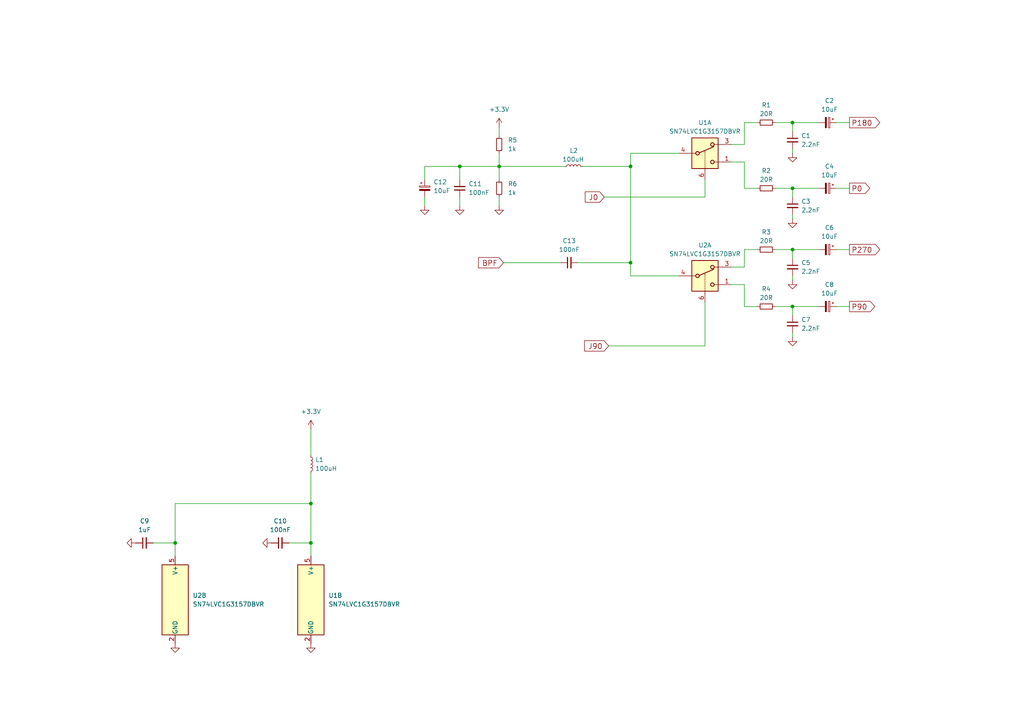
<source format=kicad_sch>
(kicad_sch (version 20231120) (generator "eeschema") (generator_version "8.0")
  (paper "A4")
  (lib_symbols
    (symbol "Analog_Switch:TS5A63157DBV" (pin_names (offset 0.127))
      (property "Reference" "U" (at -3.175 4.699 0))
      (property "Value" "TS5A63157DBV" (at -3.175 2.921 0))
      (symbol "TS5A63157DBV_1_1"
        (rectangle (start -3.81 4.445) (end 3.81 -4.445) (stroke (width 0.254)) (fill (type background)))
        (circle (center -2.159 0) (radius 0.508) (stroke (width 0.254)))
        (polyline (pts (xy -5.08 0) (xy -2.794 0)))
        (polyline (pts (xy -1.651 0.127) (xy 2.54 1.905)) (stroke (width 0.254)))
        (polyline (pts (xy 0 -5.08) (xy 0 -4.572)))
        (polyline (pts (xy 0 -4.318) (xy 0 -4.064)))
        (polyline (pts (xy 0 -3.81) (xy 0 -3.556)))
        (polyline (pts (xy 0 -3.302) (xy 0 -3.048)))
        (polyline (pts (xy 0 -2.794) (xy 0 -2.54)))
        (polyline (pts (xy 0 -2.286) (xy 0 -2.032)))
        (polyline (pts (xy 0 -1.778) (xy 0 -1.524)))
        (polyline (pts (xy 0 -1.27) (xy 0 -1.016)))
        (polyline (pts (xy 0 -0.762) (xy 0 -0.508)))
        (polyline (pts (xy 0 -0.254) (xy 0 0)))
        (polyline (pts (xy 0 0.254) (xy 0 0.508)))
        (polyline (pts (xy 0 0.254) (xy 0 0.508)))
        (polyline (pts (xy 5.08 -2.54) (xy 2.794 -2.54)))
        (polyline (pts (xy 5.08 2.54) (xy 2.794 2.54)))
        (circle (center 2.159 -2.54) (radius 0.508) (stroke (width 0.254)))
        (circle (center 2.159 2.54) (radius 0.508) (stroke (width 0.254)))
        (pin passive line (at 7.62 -2.54 180) (length 2.54) (name "~") (number "1"))
        (pin passive line (at 7.62 2.54 180) (length 2.54) (name "~") (number "3"))
        (pin passive line (at -7.62 0 0) (length 2.54) (name "~") (number "4"))
        (pin input line (at 0 -7.62 90) (length 2.54) (name "~") (number "6"))
      )
      (symbol "TS5A63157DBV_2_0"
        (pin power_in line (at 0 -12.7 90) (length 2.54) (name "GND") (number "2"))
        (pin power_in line (at 0 12.7 270) (length 2.54) (name "V+") (number "5"))
      )
      (symbol "TS5A63157DBV_2_1"
        (rectangle (start -3.81 10.16) (end 3.81 -10.16) (stroke (width 0.254)) (fill (type background)))
      )
    )
    (symbol "Device:C_Polarized_Small" (pin_numbers hide) (pin_names (offset 0.254) hide)
      (property "Reference" "C" (at 0.254 1.778 0))
      (property "Value" "C_Polarized_Small" (at 0.254 -2.032 0))
      (symbol "C_Polarized_Small_0_1"
        (rectangle (start -1.524 -0.3048) (end 1.524 -0.6858) (fill (type outline)))
        (rectangle (start -1.524 0.6858) (end 1.524 0.3048))
        (polyline (pts (xy -1.27 1.524) (xy -0.762 1.524)))
        (polyline (pts (xy -1.016 1.27) (xy -1.016 1.778)))
      )
      (symbol "C_Polarized_Small_1_1"
        (pin passive line (at 0 2.54 270) (length 1.8542) (name "~") (number "1"))
        (pin passive line (at 0 -2.54 90) (length 1.8542) (name "~") (number "2"))
      )
    )
    (symbol "Device:C_Small" (pin_numbers hide) (pin_names (offset 0.254) hide)
      (property "Reference" "C" (at 0.254 1.778 0))
      (property "Value" "C_Small" (at 0.254 -2.032 0))
      (symbol "C_Small_0_1"
        (polyline (pts (xy -1.524 -0.508) (xy 1.524 -0.508)) (stroke (width 0.3302)))
        (polyline (pts (xy -1.524 0.508) (xy 1.524 0.508)) (stroke (width 0.3048)))
      )
      (symbol "C_Small_1_1"
        (pin passive line (at 0 2.54 270) (length 2.032) (name "~") (number "1"))
        (pin passive line (at 0 -2.54 90) (length 2.032) (name "~") (number "2"))
      )
    )
    (symbol "Device:L_Small" (pin_numbers hide) (pin_names (offset 0.254) hide)
      (property "Reference" "L" (at 0.762 1.016 0))
      (property "Value" "L_Small" (at 0.762 -1.016 0))
      (symbol "L_Small_0_1"
        (arc (start 0 -2.032) (mid 0.5058 -1.524) (end 0 -1.016))
        (arc (start 0 -1.016) (mid 0.5058 -0.508) (end 0 0))
        (arc (start 0 0) (mid 0.5058 0.508) (end 0 1.016))
        (arc (start 0 1.016) (mid 0.5058 1.524) (end 0 2.032))
      )
      (symbol "L_Small_1_1"
        (pin passive line (at 0 2.54 270) (length 0.508) (name "~") (number "1"))
        (pin passive line (at 0 -2.54 90) (length 0.508) (name "~") (number "2"))
      )
    )
    (symbol "Device:R_Small" (pin_numbers hide) (pin_names (offset 0.254) hide)
      (property "Reference" "R" (at 0.762 0.508 0))
      (property "Value" "R_Small" (at 0.762 -1.016 0))
      (symbol "R_Small_0_1"
        (rectangle (start -0.762 1.778) (end 0.762 -1.778) (stroke (width 0.2032)))
      )
      (symbol "R_Small_1_1"
        (pin passive line (at 0 2.54 270) (length 0.762) (name "~") (number "1"))
        (pin passive line (at 0 -2.54 90) (length 0.762) (name "~") (number "2"))
      )
    )
    (symbol "power:+3.3V" (power) (pin_numbers hide) (pin_names (offset 0) hide)
      (property "Value" "+3.3V" (at 0 3.556 0))
      (symbol "+3.3V_0_1"
        (polyline (pts (xy -0.762 1.27) (xy 0 2.54)))
        (polyline (pts (xy 0 0) (xy 0 2.54)))
        (polyline (pts (xy 0 2.54) (xy 0.762 1.27)))
      )
      (symbol "+3.3V_1_1"
        (pin power_in line (at 0 0 90) (length 0) (name "~") (number "1"))
      )
    )
    (symbol "power:GND" (power) (pin_numbers hide) (pin_names (offset 0) hide)
      (property "Value" "GND" (at 0 -3.81 0))
      (symbol "GND_0_1"
        (polyline (pts (xy 0 0) (xy 0 -1.27) (xy 1.27 -1.27) (xy 0 -2.54) (xy -1.27 -1.27) (xy 0 -1.27)))
      )
      (symbol "GND_1_1"
        (pin power_in line (at 0 0 270) (length 0) (name "~") (number "1"))
      )
    )
  )
  (junction (at 182.88 76.2))
  (junction (at 229.87 35.56))
  (junction (at 90.17 157.48))
  (junction (at 90.17 146.05))
  (junction (at 182.88 48.26))
  (junction (at 144.78 48.26))
  (junction (at 50.8 157.48))
  (junction (at 133.35 48.26))
  (junction (at 229.87 72.39))
  (junction (at 229.87 54.61))
  (junction (at 229.87 88.9))
  (wire (pts (xy 50.8 157.48) (xy 50.8 161.29)))
  (wire (pts (xy 229.87 72.39) (xy 229.87 74.93)))
  (wire (pts (xy 229.87 88.9) (xy 237.49 88.9)))
  (wire (pts (xy 175.26 57.15) (xy 204.47 57.15)))
  (wire (pts (xy 229.87 72.39) (xy 237.49 72.39)))
  (wire (pts (xy 182.88 44.45) (xy 182.88 48.26)))
  (wire (pts (xy 215.9 82.55) (xy 215.9 88.9)))
  (wire (pts (xy 212.09 41.91) (xy 215.9 41.91)))
  (wire (pts (xy 215.9 46.99) (xy 215.9 54.61)))
  (wire (pts (xy 212.09 77.47) (xy 215.9 77.47)))
  (wire (pts (xy 242.57 72.39) (xy 246.38 72.39)))
  (wire (pts (xy 123.19 59.69) (xy 123.19 57.15)))
  (wire (pts (xy 133.35 59.69) (xy 133.35 57.15)))
  (wire (pts (xy 215.9 72.39) (xy 219.71 72.39)))
  (wire (pts (xy 212.09 82.55) (xy 215.9 82.55)))
  (wire (pts (xy 90.17 146.05) (xy 90.17 137.16)))
  (wire (pts (xy 229.87 43.18) (xy 229.87 44.45)))
  (wire (pts (xy 196.85 44.45) (xy 182.88 44.45)))
  (wire (pts (xy 144.78 48.26) (xy 163.83 48.26)))
  (wire (pts (xy 229.87 54.61) (xy 237.49 54.61)))
  (wire (pts (xy 123.19 48.26) (xy 133.35 48.26)))
  (wire (pts (xy 229.87 54.61) (xy 229.87 57.15)))
  (wire (pts (xy 215.9 77.47) (xy 215.9 72.39)))
  (wire (pts (xy 242.57 54.61) (xy 246.38 54.61)))
  (wire (pts (xy 242.57 35.56) (xy 246.38 35.56)))
  (wire (pts (xy 212.09 46.99) (xy 215.9 46.99)))
  (wire (pts (xy 215.9 88.9) (xy 219.71 88.9)))
  (wire (pts (xy 90.17 157.48) (xy 90.17 161.29)))
  (wire (pts (xy 182.88 48.26) (xy 182.88 76.2)))
  (wire (pts (xy 168.91 48.26) (xy 182.88 48.26)))
  (wire (pts (xy 242.57 88.9) (xy 246.38 88.9)))
  (wire (pts (xy 229.87 62.23) (xy 229.87 63.5)))
  (wire (pts (xy 204.47 87.63) (xy 204.47 100.33)))
  (wire (pts (xy 146.05 76.2) (xy 162.56 76.2)))
  (wire (pts (xy 182.88 80.01) (xy 196.85 80.01)))
  (wire (pts (xy 204.47 52.07) (xy 204.47 57.15)))
  (wire (pts (xy 123.19 52.07) (xy 123.19 48.26)))
  (wire (pts (xy 176.53 100.33) (xy 204.47 100.33)))
  (wire (pts (xy 144.78 59.69) (xy 144.78 57.15)))
  (wire (pts (xy 215.9 41.91) (xy 215.9 35.56)))
  (wire (pts (xy 50.8 146.05) (xy 90.17 146.05)))
  (wire (pts (xy 229.87 96.52) (xy 229.87 97.79)))
  (wire (pts (xy 90.17 146.05) (xy 90.17 157.48)))
  (wire (pts (xy 229.87 35.56) (xy 237.49 35.56)))
  (wire (pts (xy 215.9 35.56) (xy 219.71 35.56)))
  (wire (pts (xy 50.8 146.05) (xy 50.8 157.48)))
  (wire (pts (xy 44.45 157.48) (xy 50.8 157.48)))
  (wire (pts (xy 224.79 88.9) (xy 229.87 88.9)))
  (wire (pts (xy 144.78 44.45) (xy 144.78 48.26)))
  (wire (pts (xy 144.78 36.83) (xy 144.78 39.37)))
  (wire (pts (xy 215.9 54.61) (xy 219.71 54.61)))
  (wire (pts (xy 229.87 88.9) (xy 229.87 91.44)))
  (wire (pts (xy 133.35 48.26) (xy 144.78 48.26)))
  (wire (pts (xy 133.35 48.26) (xy 133.35 52.07)))
  (wire (pts (xy 229.87 80.01) (xy 229.87 81.28)))
  (wire (pts (xy 182.88 76.2) (xy 182.88 80.01)))
  (wire (pts (xy 83.82 157.48) (xy 90.17 157.48)))
  (wire (pts (xy 229.87 35.56) (xy 229.87 38.1)))
  (wire (pts (xy 224.79 72.39) (xy 229.87 72.39)))
  (wire (pts (xy 224.79 35.56) (xy 229.87 35.56)))
  (wire (pts (xy 224.79 54.61) (xy 229.87 54.61)))
  (wire (pts (xy 144.78 48.26) (xy 144.78 52.07)))
  (wire (pts (xy 167.64 76.2) (xy 182.88 76.2)))
  (wire (pts (xy 90.17 124.46) (xy 90.17 132.08)))
  (global_label "BPF" (shape input) (at 146.05 76.2 180) (effects (font (size 1.524 1.524))) (property "Intersheetrefs" "${INTERSHEET_REFS}" (effects (hide yes))))
  (global_label "P0" (shape output) (at 246.38 54.61 0) (effects (font (size 1.524 1.524))) (property "Intersheetrefs" "${INTERSHEET_REFS}" (effects (hide yes))))
  (global_label "J0" (shape input) (at 175.26 57.15 180) (effects (font (size 1.524 1.524))) (property "Intersheetrefs" "${INTERSHEET_REFS}" (effects (hide yes))))
  (global_label "P90" (shape output) (at 246.38 88.9 0) (effects (font (size 1.524 1.524))) (property "Intersheetrefs" "${INTERSHEET_REFS}" (effects (hide yes))))
  (global_label "J90" (shape input) (at 176.53 100.33 180) (effects (font (size 1.524 1.524))) (property "Intersheetrefs" "${INTERSHEET_REFS}" (effects (hide yes))))
  (global_label "P180" (shape output) (at 246.38 35.56 0) (effects (font (size 1.524 1.524))) (property "Intersheetrefs" "${INTERSHEET_REFS}" (effects (hide yes))))
  (global_label "P270" (shape output) (at 246.38 72.39 0) (effects (font (size 1.524 1.524))) (property "Intersheetrefs" "${INTERSHEET_REFS}" (effects (hide yes))))
  (symbol (lib_id "Analog_Switch:TS5A63157DBV") (at 204.47 44.45 0) (unit 1)
    (property "Reference" "U1" (at 204.47 35.56 0))
    (property "Value" "SN74LVC1G3157DBVR" (at 204.47 38.1 0))
    (property "Footprint" "Package_TO_SOT_SMD:SOT-23-6" (effects (hide yes)))
    (property "Datasheet" "https://www.ti.com/lit/ds/symlink/ts5a63157.pdf" (effects (hide yes)))
    (property "Description" "Single SPDT Analog Switch, 5V/3.3V Single-Supply Operation, 12Ohm Ron, SOT-23-6" (effects (hide yes)))
    (property "JLCPCB" "C10426" (effects (hide yes)))
  )
  (symbol (lib_id "Device:C_Small") (at 165.1 76.2 90) (unit 1)
    (property "Reference" "C13" (at 165.1063 69.85 90))
    (property "Value" "100nF" (at 165.1063 72.39 90))
    (property "Footprint" "Capacitor_SMD:C_0603_1608Metric_Pad1.08x0.95mm_HandSolder" (effects (hide yes)))
    (property "Description" "Unpolarized capacitor, small symbol" (effects (hide yes)))
    (property "JLCPCB" "C14663" (effects (hide yes)))
  )
  (symbol (lib_id "Device:C_Small") (at 229.87 77.47 0) (unit 1)
    (property "Reference" "C5" (at 232.41 76.2062 0) (effects (justify left)))
    (property "Value" "2.2nF" (at 232.41 78.7462 0) (effects (justify left)))
    (property "Description" "Unpolarized capacitor, small symbol" (effects (hide yes)))
    (property "JLCPCB" "C1604" (effects (hide yes)))
  )
  (symbol (lib_id "Analog_Switch:TS5A63157DBV") (at 90.17 173.99 0) (unit 2)
    (property "Reference" "U1" (at 95.25 172.7199 0) (effects (justify left)))
    (property "Value" "SN74LVC1G3157DBVR" (at 95.25 175.2599 0) (effects (justify left)))
    (property "Footprint" "Package_TO_SOT_SMD:SOT-23-6" (effects (hide yes)))
    (property "Datasheet" "https://www.ti.com/lit/ds/symlink/ts5a63157.pdf" (effects (hide yes)))
    (property "Description" "Single SPDT Analog Switch, 5V/3.3V Single-Supply Operation, 12Ohm Ron, SOT-23-6" (effects (hide yes)))
    (property "JLCPCB" "C10426" (effects (hide yes)))
  )
  (symbol (lib_id "Device:C_Small") (at 229.87 59.69 0) (unit 1)
    (property "Reference" "C3" (at 232.41 58.4262 0) (effects (justify left)))
    (property "Value" "2.2nF" (at 232.41 60.9662 0) (effects (justify left)))
    (property "Description" "Unpolarized capacitor, small symbol" (effects (hide yes)))
    (property "JLCPCB" "C1604" (effects (hide yes)))
  )
  (symbol (lib_id "Device:C_Small") (at 229.87 93.98 0) (unit 1)
    (property "Reference" "C7" (at 232.41 92.7162 0) (effects (justify left)))
    (property "Value" "2.2nF" (at 232.41 95.2562 0) (effects (justify left)))
    (property "Description" "Unpolarized capacitor, small symbol" (effects (hide yes)))
    (property "JLCPCB" "C1604" (effects (hide yes)))
  )
  (symbol (lib_id "Device:R_Small") (at 222.25 54.61 90) (unit 1)
    (property "Reference" "R2" (at 222.25 49.53 90))
    (property "Value" "20R" (at 222.25 52.07 90))
    (property "Description" "Resistor, small symbol" (effects (hide yes)))
    (property "JLCPCB" "C22950" (effects (hide yes)))
  )
  (symbol (lib_id "Device:C_Small") (at 41.91 157.48 90) (unit 1)
    (property "Reference" "C9" (at 41.9163 151.13 90))
    (property "Value" "1uF" (at 41.9163 153.67 90))
    (property "Footprint" "Capacitor_SMD:C_0603_1608Metric_Pad1.08x0.95mm_HandSolder" (effects (hide yes)))
    (property "Description" "Unpolarized capacitor, small symbol" (effects (hide yes)))
    (property "JLCPCB" "C15849" (effects (hide yes)))
  )
  (symbol (lib_id "power:GND") (at 90.17 186.69 0) (unit 1)
    (property "Reference" "#PWR05" (effects (hide yes)))
    (property "Value" "GND" (effects (hide yes)))
    (property "Description" "Power symbol creates a global label with name \"GND\" , ground" (effects (hide yes)))
  )
  (symbol (lib_id "power:+3.3V") (at 90.17 124.46 0) (unit 1)
    (property "Reference" "#PWR010" (effects (hide yes)))
    (property "Value" "+3.3V" (at 90.17 119.38 0))
    (property "Description" "Power symbol creates a global label with name \"+3.3V\"" (effects (hide yes)))
  )
  (symbol (lib_id "Device:C_Polarized_Small") (at 240.03 54.61 270) (unit 1)
    (property "Reference" "C4" (at 240.5761 48.26 90))
    (property "Value" "10uF" (at 240.5761 50.8 90))
    (property "Footprint" "Capacitor_Tantalum_SMD:CP_EIA-3216-18_Kemet-A_Pad1.58x1.35mm_HandSolder" (effects (hide yes)))
    (property "Description" "Polarized capacitor, small symbol" (effects (hide yes)))
    (property "JLCPCB" " C123294 " (effects (hide yes)))
  )
  (symbol (lib_id "Analog_Switch:TS5A63157DBV") (at 204.47 80.01 0) (unit 1)
    (property "Reference" "U2" (at 204.47 71.12 0))
    (property "Value" "SN74LVC1G3157DBVR" (at 204.47 73.66 0))
    (property "Footprint" "Package_TO_SOT_SMD:SOT-23-6" (effects (hide yes)))
    (property "Datasheet" "https://www.ti.com/lit/ds/symlink/ts5a63157.pdf" (effects (hide yes)))
    (property "Description" "Single SPDT Analog Switch, 5V/3.3V Single-Supply Operation, 12Ohm Ron, SOT-23-6" (effects (hide yes)))
    (property "JLCPCB" "C10426" (effects (hide yes)))
  )
  (symbol (lib_id "power:GND") (at 229.87 81.28 0) (unit 1)
    (property "Reference" "#PWR03" (effects (hide yes)))
    (property "Value" "GND" (effects (hide yes)))
    (property "Description" "Power symbol creates a global label with name \"GND\" , ground" (effects (hide yes)))
  )
  (symbol (lib_id "power:GND") (at 123.19 59.69 0) (unit 1)
    (property "Reference" "#PWR013" (effects (hide yes)))
    (property "Value" "GND" (effects (hide yes)))
    (property "Description" "Power symbol creates a global label with name \"GND\" , ground" (effects (hide yes)))
  )
  (symbol (lib_id "Device:R_Small") (at 222.25 88.9 90) (unit 1)
    (property "Reference" "R4" (at 222.25 83.82 90))
    (property "Value" "20R" (at 222.25 86.36 90))
    (property "Description" "Resistor, small symbol" (effects (hide yes)))
    (property "JLCPCB" "C22950" (effects (hide yes)))
  )
  (symbol (lib_id "Device:R_Small") (at 144.78 41.91 0) (unit 1)
    (property "Reference" "R5" (at 147.32 40.6399 0) (effects (justify left)))
    (property "Value" "1k" (at 147.32 43.1799 0) (effects (justify left)))
    (property "Footprint" "Resistor_SMD:R_0603_1608Metric_Pad0.98x0.95mm_HandSolder" (effects (hide yes)))
    (property "Description" "Resistor, small symbol" (effects (hide yes)))
    (property "JLCPCB" "C21190" (effects (hide yes)))
  )
  (symbol (lib_id "power:GND") (at 229.87 44.45 0) (unit 1)
    (property "Reference" "#PWR01" (effects (hide yes)))
    (property "Value" "GND" (effects (hide yes)))
    (property "Description" "Power symbol creates a global label with name \"GND\" , ground" (effects (hide yes)))
  )
  (symbol (lib_id "Device:C_Polarized_Small") (at 240.03 88.9 270) (unit 1)
    (property "Reference" "C8" (at 240.5761 82.55 90))
    (property "Value" "10uF" (at 240.5761 85.09 90))
    (property "Footprint" "Capacitor_Tantalum_SMD:CP_EIA-3216-18_Kemet-A_Pad1.58x1.35mm_HandSolder" (effects (hide yes)))
    (property "Description" "Polarized capacitor, small symbol" (effects (hide yes)))
    (property "JLCPCB" " C123294 " (effects (hide yes)))
  )
  (symbol (lib_id "power:GND") (at 50.8 186.69 0) (unit 1)
    (property "Reference" "#PWR06" (effects (hide yes)))
    (property "Value" "GND" (effects (hide yes)))
    (property "Description" "Power symbol creates a global label with name \"GND\" , ground" (effects (hide yes)))
  )
  (symbol (lib_id "Device:L_Small") (at 90.17 134.62 0) (unit 1)
    (property "Reference" "L1" (at 91.44 133.3499 0) (effects (justify left)))
    (property "Value" "100uH" (at 91.44 135.8899 0) (effects (justify left)))
    (property "Footprint" "Inductor_SMD:L_1210_3225Metric_Pad1.42x2.65mm_HandSolder" (effects (hide yes)))
    (property "Description" "Inductor, small symbol" (effects (hide yes)))
    (property "JLCPCB" "C394100" (effects (hide yes)))
  )
  (symbol (lib_id "Device:C_Polarized_Small") (at 240.03 35.56 270) (unit 1)
    (property "Reference" "C2" (at 240.5761 29.21 90))
    (property "Value" "10uF" (at 240.5761 31.75 90))
    (property "Footprint" "Capacitor_Tantalum_SMD:CP_EIA-3216-18_Kemet-A_Pad1.58x1.35mm_HandSolder" (effects (hide yes)))
    (property "Description" "Polarized capacitor, small symbol" (effects (hide yes)))
    (property "JLCPCB" " C123294 " (effects (hide yes)))
  )
  (symbol (lib_id "Analog_Switch:TS5A63157DBV") (at 50.8 173.99 0) (unit 2)
    (property "Reference" "U2" (at 55.88 172.7199 0) (effects (justify left)))
    (property "Value" "SN74LVC1G3157DBVR" (at 55.88 175.2599 0) (effects (justify left)))
    (property "Footprint" "Package_TO_SOT_SMD:SOT-23-6" (effects (hide yes)))
    (property "Datasheet" "https://www.ti.com/lit/ds/symlink/ts5a63157.pdf" (effects (hide yes)))
    (property "Description" "Single SPDT Analog Switch, 5V/3.3V Single-Supply Operation, 12Ohm Ron, SOT-23-6" (effects (hide yes)))
    (property "JLCPCB" "C10426" (effects (hide yes)))
  )
  (symbol (lib_id "power:GND") (at 229.87 97.79 0) (unit 1)
    (property "Reference" "#PWR04" (effects (hide yes)))
    (property "Value" "GND" (effects (hide yes)))
    (property "Description" "Power symbol creates a global label with name \"GND\" , ground" (effects (hide yes)))
  )
  (symbol (lib_id "Device:C_Polarized_Small") (at 240.03 72.39 270) (unit 1)
    (property "Reference" "C6" (at 240.5761 66.04 90))
    (property "Value" "10uF" (at 240.5761 68.58 90))
    (property "Footprint" "Capacitor_Tantalum_SMD:CP_EIA-3216-18_Kemet-A_Pad1.58x1.35mm_HandSolder" (effects (hide yes)))
    (property "Description" "Polarized capacitor, small symbol" (effects (hide yes)))
    (property "JLCPCB" " C123294 " (effects (hide yes)))
  )
  (symbol (lib_id "power:GND") (at 133.35 59.69 0) (unit 1)
    (property "Reference" "#PWR012" (effects (hide yes)))
    (property "Value" "GND" (effects (hide yes)))
    (property "Description" "Power symbol creates a global label with name \"GND\" , ground" (effects (hide yes)))
  )
  (symbol (lib_id "Device:C_Small") (at 229.87 40.64 0) (unit 1)
    (property "Reference" "C1" (at 232.41 39.3762 0) (effects (justify left)))
    (property "Value" "2.2nF" (at 232.41 41.9162 0) (effects (justify left)))
    (property "Description" "Unpolarized capacitor, small symbol" (effects (hide yes)))
    (property "JLCPCB" "C1604" (effects (hide yes)))
  )
  (symbol (lib_id "power:GND") (at 78.74 157.48 270) (unit 1)
    (property "Reference" "#PWR07" (effects (hide yes)))
    (property "Value" "GND" (effects (hide yes)))
    (property "Description" "Power symbol creates a global label with name \"GND\" , ground" (effects (hide yes)))
  )
  (symbol (lib_id "Device:L_Small") (at 166.37 48.26 90) (unit 1)
    (property "Reference" "L2" (at 167.64 43.688 90) (effects (justify left)))
    (property "Value" "100uH" (at 169.418 46.228 90) (effects (justify left)))
    (property "Footprint" "Inductor_SMD:L_1210_3225Metric_Pad1.42x2.65mm_HandSolder" (effects (hide yes)))
    (property "Description" "Inductor, small symbol" (effects (hide yes)))
    (property "JLCPCB" "C394100" (effects (hide yes)))
  )
  (symbol (lib_id "Device:C_Small") (at 133.35 54.61 180) (unit 1)
    (property "Reference" "C11" (at 135.89 53.3335 0) (effects (justify right)))
    (property "Value" "100nF" (at 135.89 55.8735 0) (effects (justify right)))
    (property "Footprint" "Capacitor_SMD:C_0603_1608Metric_Pad1.08x0.95mm_HandSolder" (effects (hide yes)))
    (property "Description" "Unpolarized capacitor, small symbol" (effects (hide yes)))
    (property "JLCPCB" "C14663" (effects (hide yes)))
  )
  (symbol (lib_id "Device:R_Small") (at 222.25 35.56 90) (unit 1)
    (property "Reference" "R1" (at 222.25 30.48 90))
    (property "Value" "20R" (at 222.25 33.02 90))
    (property "Footprint" "Resistor_SMD:R_0603_1608Metric_Pad0.98x0.95mm_HandSolder" (effects (hide yes)))
    (property "Description" "Resistor, small symbol" (effects (hide yes)))
    (property "JLCPCB" "C22950" (effects (hide yes)))
  )
  (symbol (lib_id "power:GND") (at 229.87 63.5 0) (unit 1)
    (property "Reference" "#PWR02" (effects (hide yes)))
    (property "Value" "GND" (effects (hide yes)))
    (property "Description" "Power symbol creates a global label with name \"GND\" , ground" (effects (hide yes)))
  )
  (symbol (lib_id "power:GND") (at 144.78 59.69 0) (unit 1)
    (property "Reference" "#PWR011" (effects (hide yes)))
    (property "Value" "GND" (effects (hide yes)))
    (property "Description" "Power symbol creates a global label with name \"GND\" , ground" (effects (hide yes)))
  )
  (symbol (lib_id "Device:C_Polarized_Small") (at 123.19 54.61 0) (unit 1)
    (property "Reference" "C12" (at 125.73 52.7938 0) (effects (justify left)))
    (property "Value" "10uF" (at 125.73 55.3338 0) (effects (justify left)))
    (property "Footprint" "Capacitor_Tantalum_SMD:CP_EIA-3216-18_Kemet-A_Pad1.58x1.35mm_HandSolder" (effects (hide yes)))
    (property "Description" "Polarized capacitor, small symbol" (effects (hide yes)))
    (property "JLCPCB" " C123294 " (effects (hide yes)))
  )
  (symbol (lib_id "Device:R_Small") (at 144.78 54.61 0) (unit 1)
    (property "Reference" "R6" (at 147.32 53.3399 0) (effects (justify left)))
    (property "Value" "1k" (at 147.32 55.8799 0) (effects (justify left)))
    (property "Footprint" "Resistor_SMD:R_0603_1608Metric_Pad0.98x0.95mm_HandSolder" (effects (hide yes)))
    (property "Description" "Resistor, small symbol" (effects (hide yes)))
    (property "JLCPCB" "C21190" (effects (hide yes)))
  )
  (symbol (lib_id "Device:R_Small") (at 222.25 72.39 90) (unit 1)
    (property "Reference" "R3" (at 222.25 67.31 90))
    (property "Value" "20R" (at 222.25 69.85 90))
    (property "Description" "Resistor, small symbol" (effects (hide yes)))
    (property "JLCPCB" "C22950" (effects (hide yes)))
  )
  (symbol (lib_id "power:GND") (at 39.37 157.48 270) (unit 1)
    (property "Reference" "#PWR08" (effects (hide yes)))
    (property "Value" "GND" (effects (hide yes)))
    (property "Description" "Power symbol creates a global label with name \"GND\" , ground" (effects (hide yes)))
  )
  (symbol (lib_id "power:+3.3V") (at 144.78 36.83 0) (unit 1)
    (property "Reference" "#PWR09" (effects (hide yes)))
    (property "Value" "+3.3V" (at 144.78 31.75 0))
    (property "Description" "Power symbol creates a global label with name \"+3.3V\"" (effects (hide yes)))
  )
  (symbol (lib_id "Device:C_Small") (at 81.28 157.48 90) (unit 1)
    (property "Reference" "C10" (at 81.2863 151.13 90))
    (property "Value" "100nF" (at 81.2863 153.67 90))
    (property "Footprint" "Capacitor_SMD:C_0603_1608Metric_Pad1.08x0.95mm_HandSolder" (effects (hide yes)))
    (property "Description" "Unpolarized capacitor, small symbol" (effects (hide yes)))
    (property "JLCPCB" "C14663" (effects (hide yes)))
  )
)
</source>
